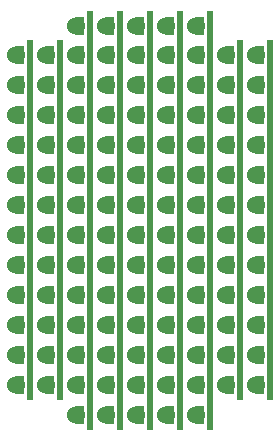
<source format=gbr>
%TF.GenerationSoftware,KiCad,Pcbnew,9.0.1*%
%TF.CreationDate,2025-05-07T00:25:03-04:00*%
%TF.ProjectId,protoplus,70726f74-6f70-46c7-9573-2e6b69636164,rev?*%
%TF.SameCoordinates,Original*%
%TF.FileFunction,Copper,L1,Top*%
%TF.FilePolarity,Positive*%
%FSLAX46Y46*%
G04 Gerber Fmt 4.6, Leading zero omitted, Abs format (unit mm)*
G04 Created by KiCad (PCBNEW 9.0.1) date 2025-05-07 00:25:03*
%MOMM*%
%LPD*%
G01*
G04 APERTURE LIST*
%TA.AperFunction,SMDPad,CuDef*%
%ADD10R,0.800000X1.524000*%
%TD*%
%TA.AperFunction,ComponentPad*%
%ADD11C,1.524000*%
%TD*%
%TA.AperFunction,SMDPad,CuDef*%
%ADD12R,0.600000X1.524000*%
%TD*%
%TA.AperFunction,SMDPad,CuDef*%
%ADD13R,0.600000X2.540000*%
%TD*%
G04 APERTURE END LIST*
D10*
%TO.P,REF\u002A\u002A,*%
%TO.N,*%
X157840000Y-65920000D03*
D11*
%TO.P,REF\u002A\u002A,1*%
%TO.N,N/C*%
X157440000Y-65920000D03*
D12*
%TO.P,REF\u002A\u002A,2*%
X158640000Y-65920000D03*
D13*
X158640000Y-65920000D03*
%TD*%
D10*
%TO.P,REF\u002A\u002A,*%
%TO.N,*%
X145140000Y-71000000D03*
D11*
%TO.P,REF\u002A\u002A,1*%
%TO.N,N/C*%
X144740000Y-71000000D03*
D12*
%TO.P,REF\u002A\u002A,2*%
X145940000Y-71000000D03*
D13*
X145940000Y-71000000D03*
%TD*%
D10*
%TO.P,REF\u002A\u002A,*%
%TO.N,*%
X150220000Y-68460000D03*
D11*
%TO.P,REF\u002A\u002A,1*%
%TO.N,N/C*%
X149820000Y-68460000D03*
D12*
%TO.P,REF\u002A\u002A,2*%
X151020000Y-68460000D03*
D13*
X151020000Y-68460000D03*
%TD*%
D10*
%TO.P,REF\u002A\u002A,*%
%TO.N,*%
X150220000Y-60840000D03*
D11*
%TO.P,REF\u002A\u002A,1*%
%TO.N,N/C*%
X149820000Y-60840000D03*
D12*
%TO.P,REF\u002A\u002A,2*%
X151020000Y-60840000D03*
D13*
X151020000Y-60840000D03*
%TD*%
D10*
%TO.P,REF\u002A\u002A,*%
%TO.N,*%
X145140000Y-86240000D03*
D11*
%TO.P,REF\u002A\u002A,1*%
%TO.N,N/C*%
X144740000Y-86240000D03*
D12*
%TO.P,REF\u002A\u002A,2*%
X145940000Y-86240000D03*
D13*
X145940000Y-86240000D03*
%TD*%
D10*
%TO.P,REF\u002A\u002A,*%
%TO.N,*%
X157840000Y-63380000D03*
D11*
%TO.P,REF\u002A\u002A,1*%
%TO.N,N/C*%
X157440000Y-63380000D03*
D12*
%TO.P,REF\u002A\u002A,2*%
X158640000Y-63380000D03*
D13*
X158640000Y-63380000D03*
%TD*%
D10*
%TO.P,REF\u002A\u002A,*%
%TO.N,*%
X162920000Y-65920000D03*
D11*
%TO.P,REF\u002A\u002A,1*%
%TO.N,N/C*%
X162520000Y-65920000D03*
D12*
%TO.P,REF\u002A\u002A,2*%
X163720000Y-65920000D03*
D13*
X163720000Y-65920000D03*
%TD*%
D10*
%TO.P,REF\u002A\u002A,*%
%TO.N,*%
X165460000Y-86240000D03*
D11*
%TO.P,REF\u002A\u002A,1*%
%TO.N,N/C*%
X165060000Y-86240000D03*
D12*
%TO.P,REF\u002A\u002A,2*%
X166260000Y-86240000D03*
D13*
X166260000Y-86240000D03*
%TD*%
D10*
%TO.P,REF\u002A\u002A,*%
%TO.N,*%
X157840000Y-58300000D03*
D11*
%TO.P,REF\u002A\u002A,1*%
%TO.N,N/C*%
X157440000Y-58300000D03*
D12*
%TO.P,REF\u002A\u002A,2*%
X158640000Y-58300000D03*
D13*
X158640000Y-58300000D03*
%TD*%
D10*
%TO.P,REF\u002A\u002A,*%
%TO.N,*%
X162920000Y-81160000D03*
D11*
%TO.P,REF\u002A\u002A,1*%
%TO.N,N/C*%
X162520000Y-81160000D03*
D12*
%TO.P,REF\u002A\u002A,2*%
X163720000Y-81160000D03*
D13*
X163720000Y-81160000D03*
%TD*%
D10*
%TO.P,REF\u002A\u002A,*%
%TO.N,*%
X155300000Y-71000000D03*
D11*
%TO.P,REF\u002A\u002A,1*%
%TO.N,N/C*%
X154900000Y-71000000D03*
D12*
%TO.P,REF\u002A\u002A,2*%
X156100000Y-71000000D03*
D13*
X156100000Y-71000000D03*
%TD*%
D10*
%TO.P,REF\u002A\u002A,*%
%TO.N,*%
X157840000Y-81160000D03*
D11*
%TO.P,REF\u002A\u002A,1*%
%TO.N,N/C*%
X157440000Y-81160000D03*
D12*
%TO.P,REF\u002A\u002A,2*%
X158640000Y-81160000D03*
D13*
X158640000Y-81160000D03*
%TD*%
D10*
%TO.P,REF\u002A\u002A,*%
%TO.N,*%
X155295000Y-55765000D03*
D11*
%TO.P,REF\u002A\u002A,1*%
%TO.N,N/C*%
X154895000Y-55765000D03*
D12*
%TO.P,REF\u002A\u002A,2*%
X156095000Y-55765000D03*
D13*
X156095000Y-55765000D03*
%TD*%
D10*
%TO.P,REF\u002A\u002A,*%
%TO.N,*%
X160375000Y-55765000D03*
D11*
%TO.P,REF\u002A\u002A,1*%
%TO.N,N/C*%
X159975000Y-55765000D03*
D12*
%TO.P,REF\u002A\u002A,2*%
X161175000Y-55765000D03*
D13*
X161175000Y-55765000D03*
%TD*%
D10*
%TO.P,REF\u002A\u002A,*%
%TO.N,*%
X147680000Y-73540000D03*
D11*
%TO.P,REF\u002A\u002A,1*%
%TO.N,N/C*%
X147280000Y-73540000D03*
D12*
%TO.P,REF\u002A\u002A,2*%
X148480000Y-73540000D03*
D13*
X148480000Y-73540000D03*
%TD*%
D10*
%TO.P,REF\u002A\u002A,*%
%TO.N,*%
X155300000Y-65920000D03*
D11*
%TO.P,REF\u002A\u002A,1*%
%TO.N,N/C*%
X154900000Y-65920000D03*
D12*
%TO.P,REF\u002A\u002A,2*%
X156100000Y-65920000D03*
D13*
X156100000Y-65920000D03*
%TD*%
D10*
%TO.P,REF\u002A\u002A,*%
%TO.N,*%
X145140000Y-78620000D03*
D11*
%TO.P,REF\u002A\u002A,1*%
%TO.N,N/C*%
X144740000Y-78620000D03*
D12*
%TO.P,REF\u002A\u002A,2*%
X145940000Y-78620000D03*
D13*
X145940000Y-78620000D03*
%TD*%
D10*
%TO.P,REF\u002A\u002A,*%
%TO.N,*%
X155300000Y-88780000D03*
D11*
%TO.P,REF\u002A\u002A,1*%
%TO.N,N/C*%
X154900000Y-88780000D03*
D12*
%TO.P,REF\u002A\u002A,2*%
X156100000Y-88780000D03*
D13*
X156100000Y-88780000D03*
%TD*%
D10*
%TO.P,REF\u002A\u002A,*%
%TO.N,*%
X160380000Y-60840000D03*
D11*
%TO.P,REF\u002A\u002A,1*%
%TO.N,N/C*%
X159980000Y-60840000D03*
D12*
%TO.P,REF\u002A\u002A,2*%
X161180000Y-60840000D03*
D13*
X161180000Y-60840000D03*
%TD*%
D10*
%TO.P,REF\u002A\u002A,*%
%TO.N,*%
X160380000Y-86240000D03*
D11*
%TO.P,REF\u002A\u002A,1*%
%TO.N,N/C*%
X159980000Y-86240000D03*
D12*
%TO.P,REF\u002A\u002A,2*%
X161180000Y-86240000D03*
D13*
X161180000Y-86240000D03*
%TD*%
D10*
%TO.P,REF\u002A\u002A,*%
%TO.N,*%
X162920000Y-63380000D03*
D11*
%TO.P,REF\u002A\u002A,1*%
%TO.N,N/C*%
X162520000Y-63380000D03*
D12*
%TO.P,REF\u002A\u002A,2*%
X163720000Y-63380000D03*
D13*
X163720000Y-63380000D03*
%TD*%
D10*
%TO.P,REF\u002A\u002A,*%
%TO.N,*%
X162920000Y-60840000D03*
D11*
%TO.P,REF\u002A\u002A,1*%
%TO.N,N/C*%
X162520000Y-60840000D03*
D12*
%TO.P,REF\u002A\u002A,2*%
X163720000Y-60840000D03*
D13*
X163720000Y-60840000D03*
%TD*%
D10*
%TO.P,REF\u002A\u002A,*%
%TO.N,*%
X152760000Y-88780000D03*
D11*
%TO.P,REF\u002A\u002A,1*%
%TO.N,N/C*%
X152360000Y-88780000D03*
D12*
%TO.P,REF\u002A\u002A,2*%
X153560000Y-88780000D03*
D13*
X153560000Y-88780000D03*
%TD*%
D10*
%TO.P,REF\u002A\u002A,*%
%TO.N,*%
X155300000Y-60840000D03*
D11*
%TO.P,REF\u002A\u002A,1*%
%TO.N,N/C*%
X154900000Y-60840000D03*
D12*
%TO.P,REF\u002A\u002A,2*%
X156100000Y-60840000D03*
D13*
X156100000Y-60840000D03*
%TD*%
D10*
%TO.P,REF\u002A\u002A,*%
%TO.N,*%
X165460000Y-68460000D03*
D11*
%TO.P,REF\u002A\u002A,1*%
%TO.N,N/C*%
X165060000Y-68460000D03*
D12*
%TO.P,REF\u002A\u002A,2*%
X166260000Y-68460000D03*
D13*
X166260000Y-68460000D03*
%TD*%
D10*
%TO.P,REF\u002A\u002A,*%
%TO.N,*%
X150220000Y-58300000D03*
D11*
%TO.P,REF\u002A\u002A,1*%
%TO.N,N/C*%
X149820000Y-58300000D03*
D12*
%TO.P,REF\u002A\u002A,2*%
X151020000Y-58300000D03*
D13*
X151020000Y-58300000D03*
%TD*%
D10*
%TO.P,REF\u002A\u002A,*%
%TO.N,*%
X150220000Y-76080000D03*
D11*
%TO.P,REF\u002A\u002A,1*%
%TO.N,N/C*%
X149820000Y-76080000D03*
D12*
%TO.P,REF\u002A\u002A,2*%
X151020000Y-76080000D03*
D13*
X151020000Y-76080000D03*
%TD*%
D10*
%TO.P,REF\u002A\u002A,*%
%TO.N,*%
X165460000Y-71000000D03*
D11*
%TO.P,REF\u002A\u002A,1*%
%TO.N,N/C*%
X165060000Y-71000000D03*
D12*
%TO.P,REF\u002A\u002A,2*%
X166260000Y-71000000D03*
D13*
X166260000Y-71000000D03*
%TD*%
D10*
%TO.P,REF\u002A\u002A,*%
%TO.N,*%
X145140000Y-76080000D03*
D11*
%TO.P,REF\u002A\u002A,1*%
%TO.N,N/C*%
X144740000Y-76080000D03*
D12*
%TO.P,REF\u002A\u002A,2*%
X145940000Y-76080000D03*
D13*
X145940000Y-76080000D03*
%TD*%
D10*
%TO.P,REF\u002A\u002A,*%
%TO.N,*%
X157840000Y-78620000D03*
D11*
%TO.P,REF\u002A\u002A,1*%
%TO.N,N/C*%
X157440000Y-78620000D03*
D12*
%TO.P,REF\u002A\u002A,2*%
X158640000Y-78620000D03*
D13*
X158640000Y-78620000D03*
%TD*%
D10*
%TO.P,REF\u002A\u002A,*%
%TO.N,*%
X152760000Y-73540000D03*
D11*
%TO.P,REF\u002A\u002A,1*%
%TO.N,N/C*%
X152360000Y-73540000D03*
D12*
%TO.P,REF\u002A\u002A,2*%
X153560000Y-73540000D03*
D13*
X153560000Y-73540000D03*
%TD*%
D10*
%TO.P,REF\u002A\u002A,*%
%TO.N,*%
X165460000Y-78620000D03*
D11*
%TO.P,REF\u002A\u002A,1*%
%TO.N,N/C*%
X165060000Y-78620000D03*
D12*
%TO.P,REF\u002A\u002A,2*%
X166260000Y-78620000D03*
D13*
X166260000Y-78620000D03*
%TD*%
D10*
%TO.P,REF\u002A\u002A,*%
%TO.N,*%
X147680000Y-83700000D03*
D11*
%TO.P,REF\u002A\u002A,1*%
%TO.N,N/C*%
X147280000Y-83700000D03*
D12*
%TO.P,REF\u002A\u002A,2*%
X148480000Y-83700000D03*
D13*
X148480000Y-83700000D03*
%TD*%
D10*
%TO.P,REF\u002A\u002A,*%
%TO.N,*%
X160380000Y-58300000D03*
D11*
%TO.P,REF\u002A\u002A,1*%
%TO.N,N/C*%
X159980000Y-58300000D03*
D12*
%TO.P,REF\u002A\u002A,2*%
X161180000Y-58300000D03*
D13*
X161180000Y-58300000D03*
%TD*%
D10*
%TO.P,REF\u002A\u002A,*%
%TO.N,*%
X147680000Y-76080000D03*
D11*
%TO.P,REF\u002A\u002A,1*%
%TO.N,N/C*%
X147280000Y-76080000D03*
D12*
%TO.P,REF\u002A\u002A,2*%
X148480000Y-76080000D03*
D13*
X148480000Y-76080000D03*
%TD*%
D10*
%TO.P,REF\u002A\u002A,*%
%TO.N,*%
X160380000Y-65920000D03*
D11*
%TO.P,REF\u002A\u002A,1*%
%TO.N,N/C*%
X159980000Y-65920000D03*
D12*
%TO.P,REF\u002A\u002A,2*%
X161180000Y-65920000D03*
D13*
X161180000Y-65920000D03*
%TD*%
D10*
%TO.P,REF\u002A\u002A,*%
%TO.N,*%
X150220000Y-81160000D03*
D11*
%TO.P,REF\u002A\u002A,1*%
%TO.N,N/C*%
X149820000Y-81160000D03*
D12*
%TO.P,REF\u002A\u002A,2*%
X151020000Y-81160000D03*
D13*
X151020000Y-81160000D03*
%TD*%
D10*
%TO.P,REF\u002A\u002A,*%
%TO.N,*%
X152755000Y-55765000D03*
D11*
%TO.P,REF\u002A\u002A,1*%
%TO.N,N/C*%
X152355000Y-55765000D03*
D12*
%TO.P,REF\u002A\u002A,2*%
X153555000Y-55765000D03*
D13*
X153555000Y-55765000D03*
%TD*%
D10*
%TO.P,REF\u002A\u002A,*%
%TO.N,*%
X152760000Y-58300000D03*
D11*
%TO.P,REF\u002A\u002A,1*%
%TO.N,N/C*%
X152360000Y-58300000D03*
D12*
%TO.P,REF\u002A\u002A,2*%
X153560000Y-58300000D03*
D13*
X153560000Y-58300000D03*
%TD*%
D10*
%TO.P,REF\u002A\u002A,*%
%TO.N,*%
X160380000Y-76080000D03*
D11*
%TO.P,REF\u002A\u002A,1*%
%TO.N,N/C*%
X159980000Y-76080000D03*
D12*
%TO.P,REF\u002A\u002A,2*%
X161180000Y-76080000D03*
D13*
X161180000Y-76080000D03*
%TD*%
D10*
%TO.P,REF\u002A\u002A,*%
%TO.N,*%
X145140000Y-83700000D03*
D11*
%TO.P,REF\u002A\u002A,1*%
%TO.N,N/C*%
X144740000Y-83700000D03*
D12*
%TO.P,REF\u002A\u002A,2*%
X145940000Y-83700000D03*
D13*
X145940000Y-83700000D03*
%TD*%
D10*
%TO.P,REF\u002A\u002A,*%
%TO.N,*%
X147680000Y-58300000D03*
D11*
%TO.P,REF\u002A\u002A,1*%
%TO.N,N/C*%
X147280000Y-58300000D03*
D12*
%TO.P,REF\u002A\u002A,2*%
X148480000Y-58300000D03*
D13*
X148480000Y-58300000D03*
%TD*%
D10*
%TO.P,REF\u002A\u002A,*%
%TO.N,*%
X147680000Y-60840000D03*
D11*
%TO.P,REF\u002A\u002A,1*%
%TO.N,N/C*%
X147280000Y-60840000D03*
D12*
%TO.P,REF\u002A\u002A,2*%
X148480000Y-60840000D03*
D13*
X148480000Y-60840000D03*
%TD*%
D10*
%TO.P,REF\u002A\u002A,*%
%TO.N,*%
X165460000Y-76080000D03*
D11*
%TO.P,REF\u002A\u002A,1*%
%TO.N,N/C*%
X165060000Y-76080000D03*
D12*
%TO.P,REF\u002A\u002A,2*%
X166260000Y-76080000D03*
D13*
X166260000Y-76080000D03*
%TD*%
D10*
%TO.P,REF\u002A\u002A,*%
%TO.N,*%
X147680000Y-81160000D03*
D11*
%TO.P,REF\u002A\u002A,1*%
%TO.N,N/C*%
X147280000Y-81160000D03*
D12*
%TO.P,REF\u002A\u002A,2*%
X148480000Y-81160000D03*
D13*
X148480000Y-81160000D03*
%TD*%
D10*
%TO.P,REF\u002A\u002A,*%
%TO.N,*%
X162920000Y-76080000D03*
D11*
%TO.P,REF\u002A\u002A,1*%
%TO.N,N/C*%
X162520000Y-76080000D03*
D12*
%TO.P,REF\u002A\u002A,2*%
X163720000Y-76080000D03*
D13*
X163720000Y-76080000D03*
%TD*%
D10*
%TO.P,REF\u002A\u002A,*%
%TO.N,*%
X155300000Y-81160000D03*
D11*
%TO.P,REF\u002A\u002A,1*%
%TO.N,N/C*%
X154900000Y-81160000D03*
D12*
%TO.P,REF\u002A\u002A,2*%
X156100000Y-81160000D03*
D13*
X156100000Y-81160000D03*
%TD*%
D10*
%TO.P,REF\u002A\u002A,*%
%TO.N,*%
X145140000Y-73540000D03*
D11*
%TO.P,REF\u002A\u002A,1*%
%TO.N,N/C*%
X144740000Y-73540000D03*
D12*
%TO.P,REF\u002A\u002A,2*%
X145940000Y-73540000D03*
D13*
X145940000Y-73540000D03*
%TD*%
D10*
%TO.P,REF\u002A\u002A,*%
%TO.N,*%
X157835000Y-55765000D03*
D11*
%TO.P,REF\u002A\u002A,1*%
%TO.N,N/C*%
X157435000Y-55765000D03*
D12*
%TO.P,REF\u002A\u002A,2*%
X158635000Y-55765000D03*
D13*
X158635000Y-55765000D03*
%TD*%
D10*
%TO.P,REF\u002A\u002A,*%
%TO.N,*%
X165460000Y-60840000D03*
D11*
%TO.P,REF\u002A\u002A,1*%
%TO.N,N/C*%
X165060000Y-60840000D03*
D12*
%TO.P,REF\u002A\u002A,2*%
X166260000Y-60840000D03*
D13*
X166260000Y-60840000D03*
%TD*%
D10*
%TO.P,REF\u002A\u002A,*%
%TO.N,*%
X162920000Y-83700000D03*
D11*
%TO.P,REF\u002A\u002A,1*%
%TO.N,N/C*%
X162520000Y-83700000D03*
D12*
%TO.P,REF\u002A\u002A,2*%
X163720000Y-83700000D03*
D13*
X163720000Y-83700000D03*
%TD*%
D10*
%TO.P,REF\u002A\u002A,*%
%TO.N,*%
X145140000Y-58300000D03*
D11*
%TO.P,REF\u002A\u002A,1*%
%TO.N,N/C*%
X144740000Y-58300000D03*
D12*
%TO.P,REF\u002A\u002A,2*%
X145940000Y-58300000D03*
D13*
X145940000Y-58300000D03*
%TD*%
D10*
%TO.P,REF\u002A\u002A,*%
%TO.N,*%
X145140000Y-60840000D03*
D11*
%TO.P,REF\u002A\u002A,1*%
%TO.N,N/C*%
X144740000Y-60840000D03*
D12*
%TO.P,REF\u002A\u002A,2*%
X145940000Y-60840000D03*
D13*
X145940000Y-60840000D03*
%TD*%
D10*
%TO.P,REF\u002A\u002A,*%
%TO.N,*%
X160380000Y-88780000D03*
D11*
%TO.P,REF\u002A\u002A,1*%
%TO.N,N/C*%
X159980000Y-88780000D03*
D12*
%TO.P,REF\u002A\u002A,2*%
X161180000Y-88780000D03*
D13*
X161180000Y-88780000D03*
%TD*%
D10*
%TO.P,REF\u002A\u002A,*%
%TO.N,*%
X165460000Y-83700000D03*
D11*
%TO.P,REF\u002A\u002A,1*%
%TO.N,N/C*%
X165060000Y-83700000D03*
D12*
%TO.P,REF\u002A\u002A,2*%
X166260000Y-83700000D03*
D13*
X166260000Y-83700000D03*
%TD*%
D10*
%TO.P,REF\u002A\u002A,*%
%TO.N,*%
X160380000Y-73540000D03*
D11*
%TO.P,REF\u002A\u002A,1*%
%TO.N,N/C*%
X159980000Y-73540000D03*
D12*
%TO.P,REF\u002A\u002A,2*%
X161180000Y-73540000D03*
D13*
X161180000Y-73540000D03*
%TD*%
D10*
%TO.P,REF\u002A\u002A,*%
%TO.N,*%
X150220000Y-65920000D03*
D11*
%TO.P,REF\u002A\u002A,1*%
%TO.N,N/C*%
X149820000Y-65920000D03*
D12*
%TO.P,REF\u002A\u002A,2*%
X151020000Y-65920000D03*
D13*
X151020000Y-65920000D03*
%TD*%
D10*
%TO.P,REF\u002A\u002A,*%
%TO.N,*%
X147680000Y-78620000D03*
D11*
%TO.P,REF\u002A\u002A,1*%
%TO.N,N/C*%
X147280000Y-78620000D03*
D12*
%TO.P,REF\u002A\u002A,2*%
X148480000Y-78620000D03*
D13*
X148480000Y-78620000D03*
%TD*%
D10*
%TO.P,REF\u002A\u002A,*%
%TO.N,*%
X150220000Y-86240000D03*
D11*
%TO.P,REF\u002A\u002A,1*%
%TO.N,N/C*%
X149820000Y-86240000D03*
D12*
%TO.P,REF\u002A\u002A,2*%
X151020000Y-86240000D03*
D13*
X151020000Y-86240000D03*
%TD*%
D10*
%TO.P,REF\u002A\u002A,*%
%TO.N,*%
X155300000Y-83700000D03*
D11*
%TO.P,REF\u002A\u002A,1*%
%TO.N,N/C*%
X154900000Y-83700000D03*
D12*
%TO.P,REF\u002A\u002A,2*%
X156100000Y-83700000D03*
D13*
X156100000Y-83700000D03*
%TD*%
D10*
%TO.P,REF\u002A\u002A,*%
%TO.N,*%
X147680000Y-63380000D03*
D11*
%TO.P,REF\u002A\u002A,1*%
%TO.N,N/C*%
X147280000Y-63380000D03*
D12*
%TO.P,REF\u002A\u002A,2*%
X148480000Y-63380000D03*
D13*
X148480000Y-63380000D03*
%TD*%
D10*
%TO.P,REF\u002A\u002A,*%
%TO.N,*%
X155300000Y-63380000D03*
D11*
%TO.P,REF\u002A\u002A,1*%
%TO.N,N/C*%
X154900000Y-63380000D03*
D12*
%TO.P,REF\u002A\u002A,2*%
X156100000Y-63380000D03*
D13*
X156100000Y-63380000D03*
%TD*%
D10*
%TO.P,REF\u002A\u002A,*%
%TO.N,*%
X150220000Y-71000000D03*
D11*
%TO.P,REF\u002A\u002A,1*%
%TO.N,N/C*%
X149820000Y-71000000D03*
D12*
%TO.P,REF\u002A\u002A,2*%
X151020000Y-71000000D03*
D13*
X151020000Y-71000000D03*
%TD*%
D10*
%TO.P,REF\u002A\u002A,*%
%TO.N,*%
X150220000Y-88780000D03*
D11*
%TO.P,REF\u002A\u002A,1*%
%TO.N,N/C*%
X149820000Y-88780000D03*
D12*
%TO.P,REF\u002A\u002A,2*%
X151020000Y-88780000D03*
D13*
X151020000Y-88780000D03*
%TD*%
D10*
%TO.P,REF\u002A\u002A,*%
%TO.N,*%
X145140000Y-68460000D03*
D11*
%TO.P,REF\u002A\u002A,1*%
%TO.N,N/C*%
X144740000Y-68460000D03*
D12*
%TO.P,REF\u002A\u002A,2*%
X145940000Y-68460000D03*
D13*
X145940000Y-68460000D03*
%TD*%
D10*
%TO.P,REF\u002A\u002A,*%
%TO.N,*%
X155300000Y-58300000D03*
D11*
%TO.P,REF\u002A\u002A,1*%
%TO.N,N/C*%
X154900000Y-58300000D03*
D12*
%TO.P,REF\u002A\u002A,2*%
X156100000Y-58300000D03*
D13*
X156100000Y-58300000D03*
%TD*%
D10*
%TO.P,REF\u002A\u002A,*%
%TO.N,*%
X157840000Y-83700000D03*
D11*
%TO.P,REF\u002A\u002A,1*%
%TO.N,N/C*%
X157440000Y-83700000D03*
D12*
%TO.P,REF\u002A\u002A,2*%
X158640000Y-83700000D03*
D13*
X158640000Y-83700000D03*
%TD*%
D10*
%TO.P,REF\u002A\u002A,*%
%TO.N,*%
X145140000Y-65920000D03*
D11*
%TO.P,REF\u002A\u002A,1*%
%TO.N,N/C*%
X144740000Y-65920000D03*
D12*
%TO.P,REF\u002A\u002A,2*%
X145940000Y-65920000D03*
D13*
X145940000Y-65920000D03*
%TD*%
D10*
%TO.P,REF\u002A\u002A,*%
%TO.N,*%
X165460000Y-81160000D03*
D11*
%TO.P,REF\u002A\u002A,1*%
%TO.N,N/C*%
X165060000Y-81160000D03*
D12*
%TO.P,REF\u002A\u002A,2*%
X166260000Y-81160000D03*
D13*
X166260000Y-81160000D03*
%TD*%
D10*
%TO.P,REF\u002A\u002A,*%
%TO.N,*%
X152760000Y-83700000D03*
D11*
%TO.P,REF\u002A\u002A,1*%
%TO.N,N/C*%
X152360000Y-83700000D03*
D12*
%TO.P,REF\u002A\u002A,2*%
X153560000Y-83700000D03*
D13*
X153560000Y-83700000D03*
%TD*%
D10*
%TO.P,REF\u002A\u002A,*%
%TO.N,*%
X147680000Y-68460000D03*
D11*
%TO.P,REF\u002A\u002A,1*%
%TO.N,N/C*%
X147280000Y-68460000D03*
D12*
%TO.P,REF\u002A\u002A,2*%
X148480000Y-68460000D03*
D13*
X148480000Y-68460000D03*
%TD*%
D10*
%TO.P,REF\u002A\u002A,*%
%TO.N,*%
X152760000Y-78620000D03*
D11*
%TO.P,REF\u002A\u002A,1*%
%TO.N,N/C*%
X152360000Y-78620000D03*
D12*
%TO.P,REF\u002A\u002A,2*%
X153560000Y-78620000D03*
D13*
X153560000Y-78620000D03*
%TD*%
D10*
%TO.P,REF\u002A\u002A,*%
%TO.N,*%
X150215000Y-55765000D03*
D11*
%TO.P,REF\u002A\u002A,1*%
%TO.N,N/C*%
X149815000Y-55765000D03*
D12*
%TO.P,REF\u002A\u002A,2*%
X151015000Y-55765000D03*
D13*
X151015000Y-55765000D03*
%TD*%
D10*
%TO.P,REF\u002A\u002A,*%
%TO.N,*%
X150220000Y-78620000D03*
D11*
%TO.P,REF\u002A\u002A,1*%
%TO.N,N/C*%
X149820000Y-78620000D03*
D12*
%TO.P,REF\u002A\u002A,2*%
X151020000Y-78620000D03*
D13*
X151020000Y-78620000D03*
%TD*%
D10*
%TO.P,REF\u002A\u002A,*%
%TO.N,*%
X160380000Y-81160000D03*
D11*
%TO.P,REF\u002A\u002A,1*%
%TO.N,N/C*%
X159980000Y-81160000D03*
D12*
%TO.P,REF\u002A\u002A,2*%
X161180000Y-81160000D03*
D13*
X161180000Y-81160000D03*
%TD*%
D10*
%TO.P,REF\u002A\u002A,*%
%TO.N,*%
X160380000Y-63380000D03*
D11*
%TO.P,REF\u002A\u002A,1*%
%TO.N,N/C*%
X159980000Y-63380000D03*
D12*
%TO.P,REF\u002A\u002A,2*%
X161180000Y-63380000D03*
D13*
X161180000Y-63380000D03*
%TD*%
D10*
%TO.P,REF\u002A\u002A,*%
%TO.N,*%
X152760000Y-81160000D03*
D11*
%TO.P,REF\u002A\u002A,1*%
%TO.N,N/C*%
X152360000Y-81160000D03*
D12*
%TO.P,REF\u002A\u002A,2*%
X153560000Y-81160000D03*
D13*
X153560000Y-81160000D03*
%TD*%
D10*
%TO.P,REF\u002A\u002A,*%
%TO.N,*%
X160380000Y-78620000D03*
D11*
%TO.P,REF\u002A\u002A,1*%
%TO.N,N/C*%
X159980000Y-78620000D03*
D12*
%TO.P,REF\u002A\u002A,2*%
X161180000Y-78620000D03*
D13*
X161180000Y-78620000D03*
%TD*%
D10*
%TO.P,REF\u002A\u002A,*%
%TO.N,*%
X165460000Y-63380000D03*
D11*
%TO.P,REF\u002A\u002A,1*%
%TO.N,N/C*%
X165060000Y-63380000D03*
D12*
%TO.P,REF\u002A\u002A,2*%
X166260000Y-63380000D03*
D13*
X166260000Y-63380000D03*
%TD*%
D10*
%TO.P,REF\u002A\u002A,*%
%TO.N,*%
X157840000Y-68460000D03*
D11*
%TO.P,REF\u002A\u002A,1*%
%TO.N,N/C*%
X157440000Y-68460000D03*
D12*
%TO.P,REF\u002A\u002A,2*%
X158640000Y-68460000D03*
D13*
X158640000Y-68460000D03*
%TD*%
D10*
%TO.P,REF\u002A\u002A,*%
%TO.N,*%
X160380000Y-71000000D03*
D11*
%TO.P,REF\u002A\u002A,1*%
%TO.N,N/C*%
X159980000Y-71000000D03*
D12*
%TO.P,REF\u002A\u002A,2*%
X161180000Y-71000000D03*
D13*
X161180000Y-71000000D03*
%TD*%
D10*
%TO.P,REF\u002A\u002A,*%
%TO.N,*%
X152760000Y-68460000D03*
D11*
%TO.P,REF\u002A\u002A,1*%
%TO.N,N/C*%
X152360000Y-68460000D03*
D12*
%TO.P,REF\u002A\u002A,2*%
X153560000Y-68460000D03*
D13*
X153560000Y-68460000D03*
%TD*%
D10*
%TO.P,REF\u002A\u002A,*%
%TO.N,*%
X165460000Y-58300000D03*
D11*
%TO.P,REF\u002A\u002A,1*%
%TO.N,N/C*%
X165060000Y-58300000D03*
D12*
%TO.P,REF\u002A\u002A,2*%
X166260000Y-58300000D03*
D13*
X166260000Y-58300000D03*
%TD*%
D10*
%TO.P,REF\u002A\u002A,*%
%TO.N,*%
X157840000Y-76080000D03*
D11*
%TO.P,REF\u002A\u002A,1*%
%TO.N,N/C*%
X157440000Y-76080000D03*
D12*
%TO.P,REF\u002A\u002A,2*%
X158640000Y-76080000D03*
D13*
X158640000Y-76080000D03*
%TD*%
D10*
%TO.P,REF\u002A\u002A,*%
%TO.N,*%
X162920000Y-68460000D03*
D11*
%TO.P,REF\u002A\u002A,1*%
%TO.N,N/C*%
X162520000Y-68460000D03*
D12*
%TO.P,REF\u002A\u002A,2*%
X163720000Y-68460000D03*
D13*
X163720000Y-68460000D03*
%TD*%
D10*
%TO.P,REF\u002A\u002A,*%
%TO.N,*%
X147680000Y-71000000D03*
D11*
%TO.P,REF\u002A\u002A,1*%
%TO.N,N/C*%
X147280000Y-71000000D03*
D12*
%TO.P,REF\u002A\u002A,2*%
X148480000Y-71000000D03*
D13*
X148480000Y-71000000D03*
%TD*%
D10*
%TO.P,REF\u002A\u002A,*%
%TO.N,*%
X160380000Y-68460000D03*
D11*
%TO.P,REF\u002A\u002A,1*%
%TO.N,N/C*%
X159980000Y-68460000D03*
D12*
%TO.P,REF\u002A\u002A,2*%
X161180000Y-68460000D03*
D13*
X161180000Y-68460000D03*
%TD*%
D10*
%TO.P,REF\u002A\u002A,*%
%TO.N,*%
X152760000Y-86240000D03*
D11*
%TO.P,REF\u002A\u002A,1*%
%TO.N,N/C*%
X152360000Y-86240000D03*
D12*
%TO.P,REF\u002A\u002A,2*%
X153560000Y-86240000D03*
D13*
X153560000Y-86240000D03*
%TD*%
D10*
%TO.P,REF\u002A\u002A,*%
%TO.N,*%
X145140000Y-81160000D03*
D11*
%TO.P,REF\u002A\u002A,1*%
%TO.N,N/C*%
X144740000Y-81160000D03*
D12*
%TO.P,REF\u002A\u002A,2*%
X145940000Y-81160000D03*
D13*
X145940000Y-81160000D03*
%TD*%
D10*
%TO.P,REF\u002A\u002A,*%
%TO.N,*%
X155300000Y-86240000D03*
D11*
%TO.P,REF\u002A\u002A,1*%
%TO.N,N/C*%
X154900000Y-86240000D03*
D12*
%TO.P,REF\u002A\u002A,2*%
X156100000Y-86240000D03*
D13*
X156100000Y-86240000D03*
%TD*%
D10*
%TO.P,REF\u002A\u002A,*%
%TO.N,*%
X162920000Y-86240000D03*
D11*
%TO.P,REF\u002A\u002A,1*%
%TO.N,N/C*%
X162520000Y-86240000D03*
D12*
%TO.P,REF\u002A\u002A,2*%
X163720000Y-86240000D03*
D13*
X163720000Y-86240000D03*
%TD*%
D10*
%TO.P,REF\u002A\u002A,*%
%TO.N,*%
X150220000Y-63380000D03*
D11*
%TO.P,REF\u002A\u002A,1*%
%TO.N,N/C*%
X149820000Y-63380000D03*
D12*
%TO.P,REF\u002A\u002A,2*%
X151020000Y-63380000D03*
D13*
X151020000Y-63380000D03*
%TD*%
D10*
%TO.P,REF\u002A\u002A,*%
%TO.N,*%
X157840000Y-88780000D03*
D11*
%TO.P,REF\u002A\u002A,1*%
%TO.N,N/C*%
X157440000Y-88780000D03*
D12*
%TO.P,REF\u002A\u002A,2*%
X158640000Y-88780000D03*
D13*
X158640000Y-88780000D03*
%TD*%
D10*
%TO.P,REF\u002A\u002A,*%
%TO.N,*%
X155300000Y-68460000D03*
D11*
%TO.P,REF\u002A\u002A,1*%
%TO.N,N/C*%
X154900000Y-68460000D03*
D12*
%TO.P,REF\u002A\u002A,2*%
X156100000Y-68460000D03*
D13*
X156100000Y-68460000D03*
%TD*%
D10*
%TO.P,REF\u002A\u002A,*%
%TO.N,*%
X150220000Y-73540000D03*
D11*
%TO.P,REF\u002A\u002A,1*%
%TO.N,N/C*%
X149820000Y-73540000D03*
D12*
%TO.P,REF\u002A\u002A,2*%
X151020000Y-73540000D03*
D13*
X151020000Y-73540000D03*
%TD*%
D10*
%TO.P,REF\u002A\u002A,*%
%TO.N,*%
X155300000Y-78620000D03*
D11*
%TO.P,REF\u002A\u002A,1*%
%TO.N,N/C*%
X154900000Y-78620000D03*
D12*
%TO.P,REF\u002A\u002A,2*%
X156100000Y-78620000D03*
D13*
X156100000Y-78620000D03*
%TD*%
D10*
%TO.P,REF\u002A\u002A,*%
%TO.N,*%
X162920000Y-78620000D03*
D11*
%TO.P,REF\u002A\u002A,1*%
%TO.N,N/C*%
X162520000Y-78620000D03*
D12*
%TO.P,REF\u002A\u002A,2*%
X163720000Y-78620000D03*
D13*
X163720000Y-78620000D03*
%TD*%
D10*
%TO.P,REF\u002A\u002A,*%
%TO.N,*%
X162920000Y-71000000D03*
D11*
%TO.P,REF\u002A\u002A,1*%
%TO.N,N/C*%
X162520000Y-71000000D03*
D12*
%TO.P,REF\u002A\u002A,2*%
X163720000Y-71000000D03*
D13*
X163720000Y-71000000D03*
%TD*%
D10*
%TO.P,REF\u002A\u002A,*%
%TO.N,*%
X155300000Y-76080000D03*
D11*
%TO.P,REF\u002A\u002A,1*%
%TO.N,N/C*%
X154900000Y-76080000D03*
D12*
%TO.P,REF\u002A\u002A,2*%
X156100000Y-76080000D03*
D13*
X156100000Y-76080000D03*
%TD*%
D10*
%TO.P,REF\u002A\u002A,*%
%TO.N,*%
X152760000Y-65920000D03*
D11*
%TO.P,REF\u002A\u002A,1*%
%TO.N,N/C*%
X152360000Y-65920000D03*
D12*
%TO.P,REF\u002A\u002A,2*%
X153560000Y-65920000D03*
D13*
X153560000Y-65920000D03*
%TD*%
D10*
%TO.P,REF\u002A\u002A,*%
%TO.N,*%
X150220000Y-83700000D03*
D11*
%TO.P,REF\u002A\u002A,1*%
%TO.N,N/C*%
X149820000Y-83700000D03*
D12*
%TO.P,REF\u002A\u002A,2*%
X151020000Y-83700000D03*
D13*
X151020000Y-83700000D03*
%TD*%
D10*
%TO.P,REF\u002A\u002A,*%
%TO.N,*%
X152760000Y-71000000D03*
D11*
%TO.P,REF\u002A\u002A,1*%
%TO.N,N/C*%
X152360000Y-71000000D03*
D12*
%TO.P,REF\u002A\u002A,2*%
X153560000Y-71000000D03*
D13*
X153560000Y-71000000D03*
%TD*%
D10*
%TO.P,REF\u002A\u002A,*%
%TO.N,*%
X152760000Y-76080000D03*
D11*
%TO.P,REF\u002A\u002A,1*%
%TO.N,N/C*%
X152360000Y-76080000D03*
D12*
%TO.P,REF\u002A\u002A,2*%
X153560000Y-76080000D03*
D13*
X153560000Y-76080000D03*
%TD*%
D10*
%TO.P,REF\u002A\u002A,*%
%TO.N,*%
X152760000Y-60840000D03*
D11*
%TO.P,REF\u002A\u002A,1*%
%TO.N,N/C*%
X152360000Y-60840000D03*
D12*
%TO.P,REF\u002A\u002A,2*%
X153560000Y-60840000D03*
D13*
X153560000Y-60840000D03*
%TD*%
D10*
%TO.P,REF\u002A\u002A,*%
%TO.N,*%
X155300000Y-73540000D03*
D11*
%TO.P,REF\u002A\u002A,1*%
%TO.N,N/C*%
X154900000Y-73540000D03*
D12*
%TO.P,REF\u002A\u002A,2*%
X156100000Y-73540000D03*
D13*
X156100000Y-73540000D03*
%TD*%
D10*
%TO.P,REF\u002A\u002A,*%
%TO.N,*%
X157840000Y-71000000D03*
D11*
%TO.P,REF\u002A\u002A,1*%
%TO.N,N/C*%
X157440000Y-71000000D03*
D12*
%TO.P,REF\u002A\u002A,2*%
X158640000Y-71000000D03*
D13*
X158640000Y-71000000D03*
%TD*%
D10*
%TO.P,REF\u002A\u002A,*%
%TO.N,*%
X157840000Y-86240000D03*
D11*
%TO.P,REF\u002A\u002A,1*%
%TO.N,N/C*%
X157440000Y-86240000D03*
D12*
%TO.P,REF\u002A\u002A,2*%
X158640000Y-86240000D03*
D13*
X158640000Y-86240000D03*
%TD*%
D10*
%TO.P,REF\u002A\u002A,*%
%TO.N,*%
X160380000Y-83700000D03*
D11*
%TO.P,REF\u002A\u002A,1*%
%TO.N,N/C*%
X159980000Y-83700000D03*
D12*
%TO.P,REF\u002A\u002A,2*%
X161180000Y-83700000D03*
D13*
X161180000Y-83700000D03*
%TD*%
D10*
%TO.P,REF\u002A\u002A,*%
%TO.N,*%
X165460000Y-65920000D03*
D11*
%TO.P,REF\u002A\u002A,1*%
%TO.N,N/C*%
X165060000Y-65920000D03*
D12*
%TO.P,REF\u002A\u002A,2*%
X166260000Y-65920000D03*
D13*
X166260000Y-65920000D03*
%TD*%
D10*
%TO.P,REF\u002A\u002A,*%
%TO.N,*%
X147680000Y-86240000D03*
D11*
%TO.P,REF\u002A\u002A,1*%
%TO.N,N/C*%
X147280000Y-86240000D03*
D12*
%TO.P,REF\u002A\u002A,2*%
X148480000Y-86240000D03*
D13*
X148480000Y-86240000D03*
%TD*%
D10*
%TO.P,REF\u002A\u002A,*%
%TO.N,*%
X157840000Y-60840000D03*
D11*
%TO.P,REF\u002A\u002A,1*%
%TO.N,N/C*%
X157440000Y-60840000D03*
D12*
%TO.P,REF\u002A\u002A,2*%
X158640000Y-60840000D03*
D13*
X158640000Y-60840000D03*
%TD*%
D10*
%TO.P,REF\u002A\u002A,*%
%TO.N,*%
X165460000Y-73540000D03*
D11*
%TO.P,REF\u002A\u002A,1*%
%TO.N,N/C*%
X165060000Y-73540000D03*
D12*
%TO.P,REF\u002A\u002A,2*%
X166260000Y-73540000D03*
D13*
X166260000Y-73540000D03*
%TD*%
D10*
%TO.P,REF\u002A\u002A,*%
%TO.N,*%
X162920000Y-58300000D03*
D11*
%TO.P,REF\u002A\u002A,1*%
%TO.N,N/C*%
X162520000Y-58300000D03*
D12*
%TO.P,REF\u002A\u002A,2*%
X163720000Y-58300000D03*
D13*
X163720000Y-58300000D03*
%TD*%
D10*
%TO.P,REF\u002A\u002A,*%
%TO.N,*%
X157840000Y-73540000D03*
D11*
%TO.P,REF\u002A\u002A,1*%
%TO.N,N/C*%
X157440000Y-73540000D03*
D12*
%TO.P,REF\u002A\u002A,2*%
X158640000Y-73540000D03*
D13*
X158640000Y-73540000D03*
%TD*%
D10*
%TO.P,REF\u002A\u002A,*%
%TO.N,*%
X162920000Y-73540000D03*
D11*
%TO.P,REF\u002A\u002A,1*%
%TO.N,N/C*%
X162520000Y-73540000D03*
D12*
%TO.P,REF\u002A\u002A,2*%
X163720000Y-73540000D03*
D13*
X163720000Y-73540000D03*
%TD*%
D10*
%TO.P,REF\u002A\u002A,*%
%TO.N,*%
X147680000Y-65920000D03*
D11*
%TO.P,REF\u002A\u002A,1*%
%TO.N,N/C*%
X147280000Y-65920000D03*
D12*
%TO.P,REF\u002A\u002A,2*%
X148480000Y-65920000D03*
D13*
X148480000Y-65920000D03*
%TD*%
D10*
%TO.P,REF\u002A\u002A,*%
%TO.N,*%
X152760000Y-63380000D03*
D11*
%TO.P,REF\u002A\u002A,1*%
%TO.N,N/C*%
X152360000Y-63380000D03*
D12*
%TO.P,REF\u002A\u002A,2*%
X153560000Y-63380000D03*
D13*
X153560000Y-63380000D03*
%TD*%
D10*
%TO.P,REF\u002A\u002A,*%
%TO.N,*%
X145140000Y-63380000D03*
D11*
%TO.P,REF\u002A\u002A,1*%
%TO.N,N/C*%
X144740000Y-63380000D03*
D12*
%TO.P,REF\u002A\u002A,2*%
X145940000Y-63380000D03*
D13*
X145940000Y-63380000D03*
%TD*%
M02*

</source>
